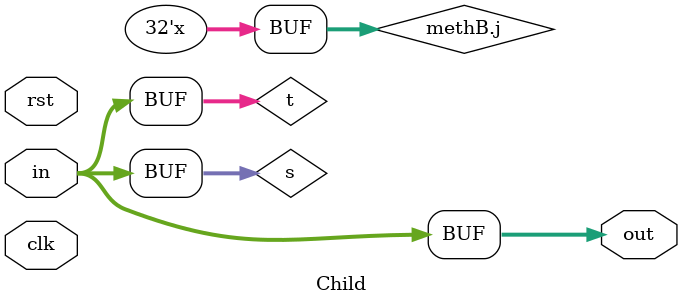
<source format=sv>

module Top // "top"
(
    input logic clk
);

// SystemC signals
logic rst;
logic signed [31:0] t;


//------------------------------------------------------------------------------

Child child
(
  .clk(clk),
  .rst(rst),
  .in(t),
  .out(t)
);

endmodule



//==============================================================================
//
// Module: Child (test_var_usedef_same_proc.cpp:50:5)
//
module Child // "top.child"
(
    input logic clk,
    input logic rst,
    input logic signed [31:0] in,
    output logic signed [31:0] out
);

// SystemC signals
logic signed [31:0] s;
logic signed [31:0] t;

//------------------------------------------------------------------------------
// Method process: methA (test_var_usedef_same_proc.cpp:30:5) 

always_comb 
begin : methA     // test_var_usedef_same_proc.cpp:30:5
    s = in;
    t = s;
end

//------------------------------------------------------------------------------
// Method process: methB (test_var_usedef_same_proc.cpp:35:5) 

always_comb 
begin : methB     // test_var_usedef_same_proc.cpp:35:5
    integer j;
    if (|s)
    begin
        j = out;
    end
    out = in;
end

endmodule



</source>
